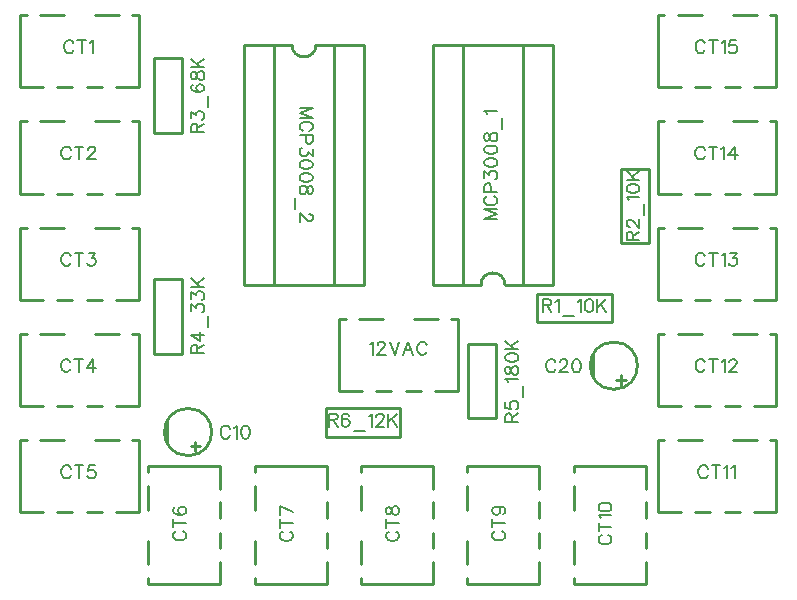
<source format=gto>
G04 Layer: TopSilkLayer*
G04 EasyEDA v6.4.0, 2020-07-14T23:16:01--5:00*
G04 6dc5d916f8a9456ea10d5ff2c879efc5,9df6f537d2f94b3ba0ed850023b5714d,10*
G04 Gerber Generator version 0.2*
G04 Scale: 100 percent, Rotated: No, Reflected: No *
G04 Dimensions in millimeters *
G04 leading zeros omitted , absolute positions ,3 integer and 3 decimal *
%FSLAX33Y33*%
%MOMM*%
G90*
G71D02*

%ADD10C,0.254000*%
%ADD18C,0.152400*%

%LPD*%
G54D10*
G01X29580Y25840D02*
G01X29580Y46160D01*
G01X19420Y46160D02*
G01X19420Y25840D01*
G01X29580Y25840D02*
G01X27040Y25840D01*
G01X29580Y46160D02*
G01X27040Y46160D01*
G01X19420Y46160D02*
G01X21960Y46160D01*
G01X27040Y46160D02*
G01X27040Y25840D01*
G01X27040Y46160D02*
G01X25516Y46160D01*
G01X27040Y25840D02*
G01X21960Y25840D01*
G01X21960Y46160D02*
G01X21960Y25840D01*
G01X21960Y46160D02*
G01X23484Y46160D01*
G01X21960Y25840D02*
G01X19420Y25840D01*
G01X35419Y46160D02*
G01X35419Y25840D01*
G01X45579Y25840D02*
G01X45579Y46160D01*
G01X35419Y46160D02*
G01X37959Y46160D01*
G01X35419Y25840D02*
G01X37959Y25840D01*
G01X45579Y25840D02*
G01X43039Y25840D01*
G01X37959Y25840D02*
G01X37959Y46160D01*
G01X37959Y25840D02*
G01X39483Y25840D01*
G01X37959Y46160D02*
G01X43039Y46160D01*
G01X43039Y25840D02*
G01X43039Y46160D01*
G01X43039Y25840D02*
G01X41515Y25840D01*
G01X43039Y46160D02*
G01X45579Y46160D01*
G01X37500Y22975D02*
G01X37500Y16875D01*
G01X27499Y22975D02*
G01X27499Y16875D01*
G01X27499Y16875D02*
G01X29418Y16875D01*
G01X30581Y16875D02*
G01X31861Y16875D01*
G01X33138Y16875D02*
G01X34418Y16875D01*
G01X35581Y16875D02*
G01X37500Y16875D01*
G01X37500Y22975D02*
G01X36981Y22975D01*
G01X35818Y22975D02*
G01X33821Y22975D01*
G01X31178Y22975D02*
G01X29181Y22975D01*
G01X28018Y22975D02*
G01X27499Y22975D01*
G01X50950Y17800D02*
G01X51788Y17800D01*
G01X51356Y18181D02*
G01X51356Y17393D01*
G01X11799Y38730D02*
G01X11799Y45030D01*
G01X11799Y45030D02*
G01X14199Y45030D01*
G01X14199Y45030D02*
G01X14199Y38730D01*
G01X14199Y38730D02*
G01X11799Y38730D01*
G01X51339Y29390D02*
G01X51339Y35690D01*
G01X51339Y35690D02*
G01X53739Y35690D01*
G01X53739Y35690D02*
G01X53739Y29390D01*
G01X53739Y29390D02*
G01X51339Y29390D01*
G01X44250Y25100D02*
G01X50550Y25100D01*
G01X50550Y25100D02*
G01X50550Y22700D01*
G01X50550Y22700D02*
G01X44250Y22700D01*
G01X44250Y22700D02*
G01X44250Y25100D01*
G01X11799Y20010D02*
G01X11799Y26310D01*
G01X11799Y26310D02*
G01X14199Y26310D01*
G01X14199Y26310D02*
G01X14199Y20010D01*
G01X14199Y20010D02*
G01X11799Y20010D01*
G01X14899Y12180D02*
G01X15738Y12180D01*
G01X15306Y12561D02*
G01X15306Y11773D01*
G01X38400Y14550D02*
G01X38400Y20850D01*
G01X38400Y20850D02*
G01X40800Y20850D01*
G01X40800Y20850D02*
G01X40800Y14550D01*
G01X40800Y14550D02*
G01X38400Y14550D01*
G01X26350Y15400D02*
G01X32650Y15400D01*
G01X32650Y15400D02*
G01X32650Y13000D01*
G01X32650Y13000D02*
G01X26350Y13000D01*
G01X26350Y13000D02*
G01X26350Y15400D01*
G01X10500Y48675D02*
G01X10500Y42575D01*
G01X499Y48675D02*
G01X499Y42575D01*
G01X499Y42575D02*
G01X2418Y42575D01*
G01X3581Y42575D02*
G01X4861Y42575D01*
G01X6138Y42575D02*
G01X7418Y42575D01*
G01X8581Y42575D02*
G01X10500Y42575D01*
G01X10500Y48675D02*
G01X9981Y48675D01*
G01X8818Y48675D02*
G01X6821Y48675D01*
G01X4178Y48675D02*
G01X2181Y48675D01*
G01X1018Y48675D02*
G01X499Y48675D01*
G01X10500Y39675D02*
G01X10500Y33575D01*
G01X499Y39675D02*
G01X499Y33575D01*
G01X499Y33575D02*
G01X2418Y33575D01*
G01X3581Y33575D02*
G01X4861Y33575D01*
G01X6138Y33575D02*
G01X7418Y33575D01*
G01X8581Y33575D02*
G01X10500Y33575D01*
G01X10500Y39675D02*
G01X9981Y39675D01*
G01X8818Y39675D02*
G01X6821Y39675D01*
G01X4178Y39675D02*
G01X2181Y39675D01*
G01X1018Y39675D02*
G01X499Y39675D01*
G01X10500Y30675D02*
G01X10500Y24575D01*
G01X499Y30675D02*
G01X499Y24575D01*
G01X499Y24575D02*
G01X2418Y24575D01*
G01X3581Y24575D02*
G01X4861Y24575D01*
G01X6138Y24575D02*
G01X7418Y24575D01*
G01X8581Y24575D02*
G01X10500Y24575D01*
G01X10500Y30675D02*
G01X9981Y30675D01*
G01X8818Y30675D02*
G01X6821Y30675D01*
G01X4178Y30675D02*
G01X2181Y30675D01*
G01X1018Y30675D02*
G01X499Y30675D01*
G01X10500Y21675D02*
G01X10500Y15575D01*
G01X499Y21675D02*
G01X499Y15575D01*
G01X499Y15575D02*
G01X2418Y15575D01*
G01X3581Y15575D02*
G01X4861Y15575D01*
G01X6138Y15575D02*
G01X7418Y15575D01*
G01X8581Y15575D02*
G01X10500Y15575D01*
G01X10500Y21675D02*
G01X9981Y21675D01*
G01X8818Y21675D02*
G01X6821Y21675D01*
G01X4178Y21675D02*
G01X2181Y21675D01*
G01X1018Y21675D02*
G01X499Y21675D01*
G01X10500Y12675D02*
G01X10500Y6575D01*
G01X499Y12675D02*
G01X499Y6575D01*
G01X499Y6575D02*
G01X2418Y6575D01*
G01X3581Y6575D02*
G01X4861Y6575D01*
G01X6138Y6575D02*
G01X7418Y6575D01*
G01X8581Y6575D02*
G01X10500Y6575D01*
G01X10500Y12675D02*
G01X9981Y12675D01*
G01X8818Y12675D02*
G01X6821Y12675D01*
G01X4178Y12675D02*
G01X2181Y12675D01*
G01X1018Y12675D02*
G01X499Y12675D01*
G01X64500Y48675D02*
G01X64500Y42575D01*
G01X54499Y48675D02*
G01X54499Y42575D01*
G01X54499Y42575D02*
G01X56418Y42575D01*
G01X57581Y42575D02*
G01X58861Y42575D01*
G01X60138Y42575D02*
G01X61418Y42575D01*
G01X62581Y42575D02*
G01X64500Y42575D01*
G01X64500Y48675D02*
G01X63981Y48675D01*
G01X62818Y48675D02*
G01X60821Y48675D01*
G01X58178Y48675D02*
G01X56181Y48675D01*
G01X55018Y48675D02*
G01X54499Y48675D01*
G01X64500Y39675D02*
G01X64500Y33575D01*
G01X54499Y39675D02*
G01X54499Y33575D01*
G01X54499Y33575D02*
G01X56418Y33575D01*
G01X57581Y33575D02*
G01X58861Y33575D01*
G01X60138Y33575D02*
G01X61418Y33575D01*
G01X62581Y33575D02*
G01X64500Y33575D01*
G01X64500Y39675D02*
G01X63981Y39675D01*
G01X62818Y39675D02*
G01X60821Y39675D01*
G01X58178Y39675D02*
G01X56181Y39675D01*
G01X55018Y39675D02*
G01X54499Y39675D01*
G01X64500Y30675D02*
G01X64500Y24575D01*
G01X54499Y30675D02*
G01X54499Y24575D01*
G01X54499Y24575D02*
G01X56418Y24575D01*
G01X57581Y24575D02*
G01X58861Y24575D01*
G01X60138Y24575D02*
G01X61418Y24575D01*
G01X62581Y24575D02*
G01X64500Y24575D01*
G01X64500Y30675D02*
G01X63981Y30675D01*
G01X62818Y30675D02*
G01X60821Y30675D01*
G01X58178Y30675D02*
G01X56181Y30675D01*
G01X55018Y30675D02*
G01X54499Y30675D01*
G01X64500Y21675D02*
G01X64500Y15575D01*
G01X54499Y21675D02*
G01X54499Y15575D01*
G01X54499Y15575D02*
G01X56418Y15575D01*
G01X57581Y15575D02*
G01X58861Y15575D01*
G01X60138Y15575D02*
G01X61418Y15575D01*
G01X62581Y15575D02*
G01X64500Y15575D01*
G01X64500Y21675D02*
G01X63981Y21675D01*
G01X62818Y21675D02*
G01X60821Y21675D01*
G01X58178Y21675D02*
G01X56181Y21675D01*
G01X55018Y21675D02*
G01X54499Y21675D01*
G01X64500Y12675D02*
G01X64500Y6575D01*
G01X54499Y12675D02*
G01X54499Y6575D01*
G01X54499Y6575D02*
G01X56418Y6575D01*
G01X57581Y6575D02*
G01X58861Y6575D01*
G01X60138Y6575D02*
G01X61418Y6575D01*
G01X62581Y6575D02*
G01X64500Y6575D01*
G01X64500Y12675D02*
G01X63981Y12675D01*
G01X62818Y12675D02*
G01X60821Y12675D01*
G01X58178Y12675D02*
G01X56181Y12675D01*
G01X55018Y12675D02*
G01X54499Y12675D01*
G01X11324Y10500D02*
G01X17424Y10500D01*
G01X11324Y500D02*
G01X17424Y500D01*
G01X17424Y500D02*
G01X17424Y2418D01*
G01X17424Y3581D02*
G01X17424Y4861D01*
G01X17424Y6138D02*
G01X17424Y7418D01*
G01X17424Y8581D02*
G01X17424Y10500D01*
G01X11324Y10500D02*
G01X11324Y9981D01*
G01X11324Y8818D02*
G01X11324Y6821D01*
G01X11324Y4178D02*
G01X11324Y2181D01*
G01X11324Y1018D02*
G01X11324Y500D01*
G01X20325Y10500D02*
G01X26424Y10500D01*
G01X20325Y500D02*
G01X26424Y500D01*
G01X26424Y500D02*
G01X26424Y2418D01*
G01X26424Y3581D02*
G01X26424Y4861D01*
G01X26424Y6138D02*
G01X26424Y7418D01*
G01X26424Y8581D02*
G01X26424Y10500D01*
G01X20325Y10500D02*
G01X20325Y9981D01*
G01X20325Y8818D02*
G01X20325Y6821D01*
G01X20325Y4178D02*
G01X20325Y2181D01*
G01X20325Y1018D02*
G01X20325Y500D01*
G01X29325Y10500D02*
G01X35424Y10500D01*
G01X29325Y500D02*
G01X35424Y500D01*
G01X35424Y500D02*
G01X35424Y2418D01*
G01X35424Y3581D02*
G01X35424Y4861D01*
G01X35424Y6138D02*
G01X35424Y7418D01*
G01X35424Y8581D02*
G01X35424Y10500D01*
G01X29325Y10500D02*
G01X29325Y9981D01*
G01X29325Y8818D02*
G01X29325Y6821D01*
G01X29325Y4178D02*
G01X29325Y2181D01*
G01X29325Y1018D02*
G01X29325Y500D01*
G01X38324Y10500D02*
G01X44424Y10500D01*
G01X38324Y500D02*
G01X44424Y500D01*
G01X44424Y500D02*
G01X44424Y2418D01*
G01X44424Y3581D02*
G01X44424Y4861D01*
G01X44424Y6138D02*
G01X44424Y7418D01*
G01X44424Y8581D02*
G01X44424Y10500D01*
G01X38324Y10500D02*
G01X38324Y9981D01*
G01X38324Y8818D02*
G01X38324Y6821D01*
G01X38324Y4178D02*
G01X38324Y2181D01*
G01X38324Y1018D02*
G01X38324Y500D01*
G01X47325Y10500D02*
G01X53424Y10500D01*
G01X47325Y500D02*
G01X53424Y500D01*
G01X53424Y500D02*
G01X53424Y2418D01*
G01X53424Y3581D02*
G01X53424Y4861D01*
G01X53424Y6138D02*
G01X53424Y7418D01*
G01X53424Y8581D02*
G01X53424Y10500D01*
G01X47325Y10500D02*
G01X47325Y9981D01*
G01X47325Y8818D02*
G01X47325Y6821D01*
G01X47325Y4178D02*
G01X47325Y2181D01*
G01X47325Y1018D02*
G01X47325Y500D01*
G54D18*
G01X25227Y40826D02*
G01X24137Y40826D01*
G01X25227Y40826D02*
G01X24137Y40412D01*
G01X25227Y39995D02*
G01X24137Y40412D01*
G01X25227Y39995D02*
G01X24137Y39995D01*
G01X24968Y38872D02*
G01X25072Y38926D01*
G01X25176Y39030D01*
G01X25227Y39134D01*
G01X25227Y39340D01*
G01X25176Y39444D01*
G01X25072Y39548D01*
G01X24968Y39601D01*
G01X24811Y39652D01*
G01X24551Y39652D01*
G01X24397Y39601D01*
G01X24292Y39548D01*
G01X24188Y39444D01*
G01X24137Y39340D01*
G01X24137Y39134D01*
G01X24188Y39030D01*
G01X24292Y38926D01*
G01X24397Y38872D01*
G01X25227Y38529D02*
G01X24137Y38529D01*
G01X25227Y38529D02*
G01X25227Y38062D01*
G01X25176Y37907D01*
G01X25123Y37854D01*
G01X25019Y37803D01*
G01X24864Y37803D01*
G01X24760Y37854D01*
G01X24709Y37907D01*
G01X24656Y38062D01*
G01X24656Y38529D01*
G01X25227Y37356D02*
G01X25227Y36784D01*
G01X24811Y37097D01*
G01X24811Y36939D01*
G01X24760Y36835D01*
G01X24709Y36784D01*
G01X24551Y36734D01*
G01X24447Y36734D01*
G01X24292Y36784D01*
G01X24188Y36889D01*
G01X24137Y37043D01*
G01X24137Y37201D01*
G01X24188Y37356D01*
G01X24239Y37407D01*
G01X24343Y37460D01*
G01X25227Y36078D02*
G01X25176Y36233D01*
G01X25019Y36337D01*
G01X24760Y36391D01*
G01X24605Y36391D01*
G01X24343Y36337D01*
G01X24188Y36233D01*
G01X24137Y36078D01*
G01X24137Y35974D01*
G01X24188Y35819D01*
G01X24343Y35715D01*
G01X24605Y35662D01*
G01X24760Y35662D01*
G01X25019Y35715D01*
G01X25176Y35819D01*
G01X25227Y35974D01*
G01X25227Y36078D01*
G01X25227Y35006D02*
G01X25176Y35164D01*
G01X25019Y35268D01*
G01X24760Y35319D01*
G01X24605Y35319D01*
G01X24343Y35268D01*
G01X24188Y35164D01*
G01X24137Y35006D01*
G01X24137Y34905D01*
G01X24188Y34747D01*
G01X24343Y34643D01*
G01X24605Y34592D01*
G01X24760Y34592D01*
G01X25019Y34643D01*
G01X25176Y34747D01*
G01X25227Y34905D01*
G01X25227Y35006D01*
G01X25227Y33990D02*
G01X25176Y34145D01*
G01X25072Y34196D01*
G01X24968Y34196D01*
G01X24864Y34145D01*
G01X24811Y34041D01*
G01X24760Y33833D01*
G01X24709Y33678D01*
G01X24605Y33574D01*
G01X24501Y33521D01*
G01X24343Y33521D01*
G01X24239Y33574D01*
G01X24188Y33625D01*
G01X24137Y33782D01*
G01X24137Y33990D01*
G01X24188Y34145D01*
G01X24239Y34196D01*
G01X24343Y34249D01*
G01X24501Y34249D01*
G01X24605Y34196D01*
G01X24709Y34092D01*
G01X24760Y33937D01*
G01X24811Y33729D01*
G01X24864Y33625D01*
G01X24968Y33574D01*
G01X25072Y33574D01*
G01X25176Y33625D01*
G01X25227Y33782D01*
G01X25227Y33990D01*
G01X23772Y33178D02*
G01X23772Y32243D01*
G01X24968Y31849D02*
G01X25019Y31849D01*
G01X25123Y31796D01*
G01X25176Y31745D01*
G01X25227Y31641D01*
G01X25227Y31433D01*
G01X25176Y31328D01*
G01X25123Y31278D01*
G01X25019Y31224D01*
G01X24915Y31224D01*
G01X24811Y31278D01*
G01X24656Y31382D01*
G01X24137Y31900D01*
G01X24137Y31174D01*
G01X39772Y31407D02*
G01X40861Y31407D01*
G01X39772Y31407D02*
G01X40861Y31824D01*
G01X39772Y32238D02*
G01X40861Y31824D01*
G01X39772Y32238D02*
G01X40861Y32238D01*
G01X40031Y33360D02*
G01X39927Y33310D01*
G01X39823Y33206D01*
G01X39772Y33101D01*
G01X39772Y32893D01*
G01X39823Y32789D01*
G01X39927Y32685D01*
G01X40031Y32634D01*
G01X40188Y32581D01*
G01X40447Y32581D01*
G01X40602Y32634D01*
G01X40706Y32685D01*
G01X40811Y32789D01*
G01X40861Y32893D01*
G01X40861Y33101D01*
G01X40811Y33206D01*
G01X40706Y33310D01*
G01X40602Y33360D01*
G01X39772Y33703D02*
G01X40861Y33703D01*
G01X39772Y33703D02*
G01X39772Y34171D01*
G01X39823Y34326D01*
G01X39876Y34379D01*
G01X39980Y34430D01*
G01X40135Y34430D01*
G01X40239Y34379D01*
G01X40290Y34326D01*
G01X40343Y34171D01*
G01X40343Y33703D01*
G01X39772Y34877D02*
G01X39772Y35448D01*
G01X40188Y35138D01*
G01X40188Y35293D01*
G01X40239Y35398D01*
G01X40290Y35448D01*
G01X40447Y35502D01*
G01X40552Y35502D01*
G01X40706Y35448D01*
G01X40811Y35344D01*
G01X40861Y35189D01*
G01X40861Y35034D01*
G01X40811Y34877D01*
G01X40760Y34826D01*
G01X40656Y34773D01*
G01X39772Y36154D02*
G01X39823Y36000D01*
G01X39980Y35895D01*
G01X40239Y35845D01*
G01X40394Y35845D01*
G01X40656Y35895D01*
G01X40811Y36000D01*
G01X40861Y36154D01*
G01X40861Y36259D01*
G01X40811Y36416D01*
G01X40656Y36520D01*
G01X40394Y36571D01*
G01X40239Y36571D01*
G01X39980Y36520D01*
G01X39823Y36416D01*
G01X39772Y36259D01*
G01X39772Y36154D01*
G01X39772Y37226D02*
G01X39823Y37069D01*
G01X39980Y36967D01*
G01X40239Y36914D01*
G01X40394Y36914D01*
G01X40656Y36967D01*
G01X40811Y37069D01*
G01X40861Y37226D01*
G01X40861Y37331D01*
G01X40811Y37485D01*
G01X40656Y37590D01*
G01X40394Y37640D01*
G01X40239Y37640D01*
G01X39980Y37590D01*
G01X39823Y37485D01*
G01X39772Y37331D01*
G01X39772Y37226D01*
G01X39772Y38245D02*
G01X39823Y38087D01*
G01X39927Y38037D01*
G01X40031Y38037D01*
G01X40135Y38087D01*
G01X40188Y38192D01*
G01X40239Y38400D01*
G01X40290Y38555D01*
G01X40394Y38659D01*
G01X40498Y38712D01*
G01X40656Y38712D01*
G01X40760Y38659D01*
G01X40811Y38608D01*
G01X40861Y38453D01*
G01X40861Y38245D01*
G01X40811Y38087D01*
G01X40760Y38037D01*
G01X40656Y37983D01*
G01X40498Y37983D01*
G01X40394Y38037D01*
G01X40290Y38141D01*
G01X40239Y38296D01*
G01X40188Y38504D01*
G01X40135Y38608D01*
G01X40031Y38659D01*
G01X39927Y38659D01*
G01X39823Y38608D01*
G01X39772Y38453D01*
G01X39772Y38245D01*
G01X41227Y39055D02*
G01X41227Y39990D01*
G01X39980Y40333D02*
G01X39927Y40437D01*
G01X39772Y40592D01*
G01X40861Y40592D01*
G01X30079Y20826D02*
G01X30183Y20877D01*
G01X30340Y21034D01*
G01X30340Y19942D01*
G01X30734Y20773D02*
G01X30734Y20826D01*
G01X30785Y20930D01*
G01X30838Y20981D01*
G01X30942Y21034D01*
G01X31151Y21034D01*
G01X31255Y20981D01*
G01X31306Y20930D01*
G01X31356Y20826D01*
G01X31356Y20722D01*
G01X31306Y20618D01*
G01X31201Y20463D01*
G01X30683Y19942D01*
G01X31410Y19942D01*
G01X31753Y21034D02*
G01X32169Y19942D01*
G01X32583Y21034D02*
G01X32169Y19942D01*
G01X33343Y21034D02*
G01X32926Y19942D01*
G01X33343Y21034D02*
G01X33757Y19942D01*
G01X33084Y20305D02*
G01X33602Y20305D01*
G01X34879Y20773D02*
G01X34829Y20877D01*
G01X34724Y20981D01*
G01X34620Y21034D01*
G01X34412Y21034D01*
G01X34308Y20981D01*
G01X34204Y20877D01*
G01X34153Y20773D01*
G01X34100Y20618D01*
G01X34100Y20359D01*
G01X34153Y20201D01*
G01X34204Y20097D01*
G01X34308Y19993D01*
G01X34412Y19942D01*
G01X34620Y19942D01*
G01X34724Y19993D01*
G01X34829Y20097D01*
G01X34879Y20201D01*
G01X45787Y19286D02*
G01X45737Y19390D01*
G01X45632Y19495D01*
G01X45528Y19545D01*
G01X45320Y19545D01*
G01X45216Y19495D01*
G01X45112Y19390D01*
G01X45061Y19286D01*
G01X45008Y19131D01*
G01X45008Y18872D01*
G01X45061Y18715D01*
G01X45112Y18611D01*
G01X45216Y18507D01*
G01X45320Y18456D01*
G01X45528Y18456D01*
G01X45632Y18507D01*
G01X45737Y18611D01*
G01X45787Y18715D01*
G01X46181Y19286D02*
G01X46181Y19340D01*
G01X46234Y19444D01*
G01X46285Y19495D01*
G01X46389Y19545D01*
G01X46598Y19545D01*
G01X46702Y19495D01*
G01X46753Y19444D01*
G01X46806Y19340D01*
G01X46806Y19236D01*
G01X46753Y19131D01*
G01X46651Y18974D01*
G01X46130Y18456D01*
G01X46857Y18456D01*
G01X47512Y19545D02*
G01X47357Y19495D01*
G01X47253Y19340D01*
G01X47200Y19078D01*
G01X47200Y18923D01*
G01X47253Y18664D01*
G01X47357Y18507D01*
G01X47512Y18456D01*
G01X47616Y18456D01*
G01X47771Y18507D01*
G01X47875Y18664D01*
G01X47929Y18923D01*
G01X47929Y19078D01*
G01X47875Y19340D01*
G01X47771Y19495D01*
G01X47616Y19545D01*
G01X47512Y19545D01*
G01X14961Y38762D02*
G01X16051Y38762D01*
G01X14961Y38762D02*
G01X14961Y39232D01*
G01X15012Y39387D01*
G01X15063Y39437D01*
G01X15167Y39491D01*
G01X15271Y39491D01*
G01X15375Y39437D01*
G01X15429Y39387D01*
G01X15480Y39232D01*
G01X15480Y38762D01*
G01X15480Y39127D02*
G01X16051Y39491D01*
G01X14961Y39938D02*
G01X14961Y40509D01*
G01X15375Y40197D01*
G01X15375Y40352D01*
G01X15429Y40456D01*
G01X15480Y40509D01*
G01X15635Y40560D01*
G01X15739Y40560D01*
G01X15896Y40509D01*
G01X16000Y40405D01*
G01X16051Y40248D01*
G01X16051Y40093D01*
G01X16000Y39938D01*
G01X15947Y39884D01*
G01X15843Y39834D01*
G01X16414Y40903D02*
G01X16414Y41838D01*
G01X15116Y42805D02*
G01X15012Y42752D01*
G01X14961Y42597D01*
G01X14961Y42493D01*
G01X15012Y42338D01*
G01X15167Y42234D01*
G01X15429Y42181D01*
G01X15688Y42181D01*
G01X15896Y42234D01*
G01X16000Y42338D01*
G01X16051Y42493D01*
G01X16051Y42546D01*
G01X16000Y42701D01*
G01X15896Y42805D01*
G01X15739Y42856D01*
G01X15688Y42856D01*
G01X15533Y42805D01*
G01X15429Y42701D01*
G01X15375Y42546D01*
G01X15375Y42493D01*
G01X15429Y42338D01*
G01X15533Y42234D01*
G01X15688Y42181D01*
G01X14961Y43461D02*
G01X15012Y43303D01*
G01X15116Y43252D01*
G01X15221Y43252D01*
G01X15325Y43303D01*
G01X15375Y43407D01*
G01X15429Y43616D01*
G01X15480Y43771D01*
G01X15584Y43875D01*
G01X15688Y43928D01*
G01X15843Y43928D01*
G01X15947Y43875D01*
G01X16000Y43824D01*
G01X16051Y43666D01*
G01X16051Y43461D01*
G01X16000Y43303D01*
G01X15947Y43252D01*
G01X15843Y43199D01*
G01X15688Y43199D01*
G01X15584Y43252D01*
G01X15480Y43357D01*
G01X15429Y43512D01*
G01X15375Y43720D01*
G01X15325Y43824D01*
G01X15221Y43875D01*
G01X15116Y43875D01*
G01X15012Y43824D01*
G01X14961Y43666D01*
G01X14961Y43461D01*
G01X14961Y44271D02*
G01X16051Y44271D01*
G01X14961Y44997D02*
G01X15688Y44271D01*
G01X15429Y44530D02*
G01X16051Y44997D01*
G01X51812Y29630D02*
G01X52901Y29630D01*
G01X51812Y29630D02*
G01X51812Y30097D01*
G01X51862Y30252D01*
G01X51916Y30306D01*
G01X52020Y30356D01*
G01X52124Y30356D01*
G01X52226Y30306D01*
G01X52279Y30252D01*
G01X52330Y30097D01*
G01X52330Y29630D01*
G01X52330Y29993D02*
G01X52901Y30356D01*
G01X52071Y30750D02*
G01X52020Y30750D01*
G01X51916Y30804D01*
G01X51862Y30854D01*
G01X51812Y30958D01*
G01X51812Y31167D01*
G01X51862Y31271D01*
G01X51916Y31322D01*
G01X52020Y31375D01*
G01X52124Y31375D01*
G01X52226Y31322D01*
G01X52383Y31220D01*
G01X52901Y30699D01*
G01X52901Y31426D01*
G01X53267Y31769D02*
G01X53267Y32706D01*
G01X52020Y33049D02*
G01X51967Y33150D01*
G01X51812Y33308D01*
G01X52901Y33308D01*
G01X51812Y33963D02*
G01X51862Y33806D01*
G01X52020Y33702D01*
G01X52279Y33651D01*
G01X52434Y33651D01*
G01X52696Y33702D01*
G01X52851Y33806D01*
G01X52901Y33963D01*
G01X52901Y34065D01*
G01X52851Y34222D01*
G01X52696Y34326D01*
G01X52434Y34377D01*
G01X52279Y34377D01*
G01X52020Y34326D01*
G01X51862Y34222D01*
G01X51812Y34065D01*
G01X51812Y33963D01*
G01X51812Y34720D02*
G01X52901Y34720D01*
G01X51812Y35449D02*
G01X52538Y34720D01*
G01X52279Y34979D02*
G01X52901Y35449D01*
G01X44724Y24627D02*
G01X44724Y23535D01*
G01X44724Y24627D02*
G01X45191Y24627D01*
G01X45346Y24576D01*
G01X45399Y24523D01*
G01X45450Y24419D01*
G01X45450Y24315D01*
G01X45399Y24211D01*
G01X45346Y24160D01*
G01X45191Y24107D01*
G01X44724Y24107D01*
G01X45087Y24107D02*
G01X45450Y23535D01*
G01X45793Y24419D02*
G01X45897Y24472D01*
G01X46052Y24627D01*
G01X46052Y23535D01*
G01X46395Y23172D02*
G01X47332Y23172D01*
G01X47675Y24419D02*
G01X47779Y24472D01*
G01X47934Y24627D01*
G01X47934Y23535D01*
G01X48589Y24627D02*
G01X48432Y24576D01*
G01X48328Y24419D01*
G01X48277Y24160D01*
G01X48277Y24005D01*
G01X48328Y23743D01*
G01X48432Y23588D01*
G01X48589Y23535D01*
G01X48694Y23535D01*
G01X48849Y23588D01*
G01X48953Y23743D01*
G01X49003Y24005D01*
G01X49003Y24160D01*
G01X48953Y24419D01*
G01X48849Y24576D01*
G01X48694Y24627D01*
G01X48589Y24627D01*
G01X49346Y24627D02*
G01X49346Y23535D01*
G01X50075Y24627D02*
G01X49346Y23901D01*
G01X49608Y24160D02*
G01X50075Y23535D01*
G01X14960Y20042D02*
G01X16052Y20042D01*
G01X14960Y20042D02*
G01X14960Y20510D01*
G01X15014Y20667D01*
G01X15064Y20718D01*
G01X15169Y20771D01*
G01X15273Y20771D01*
G01X15377Y20718D01*
G01X15428Y20667D01*
G01X15481Y20510D01*
G01X15481Y20042D01*
G01X15481Y20406D02*
G01X16052Y20771D01*
G01X14960Y21633D02*
G01X15687Y21114D01*
G01X15687Y21892D01*
G01X14960Y21633D02*
G01X16052Y21633D01*
G01X16416Y22234D02*
G01X16416Y23172D01*
G01X14960Y23616D02*
G01X14960Y24188D01*
G01X15377Y23878D01*
G01X15377Y24033D01*
G01X15428Y24137D01*
G01X15481Y24188D01*
G01X15636Y24241D01*
G01X15740Y24241D01*
G01X15895Y24188D01*
G01X15999Y24086D01*
G01X16052Y23929D01*
G01X16052Y23774D01*
G01X15999Y23616D01*
G01X15948Y23565D01*
G01X15844Y23515D01*
G01X14960Y24688D02*
G01X14960Y25260D01*
G01X15377Y24947D01*
G01X15377Y25102D01*
G01X15428Y25206D01*
G01X15481Y25260D01*
G01X15636Y25310D01*
G01X15740Y25310D01*
G01X15895Y25260D01*
G01X15999Y25155D01*
G01X16052Y25001D01*
G01X16052Y24843D01*
G01X15999Y24688D01*
G01X15948Y24635D01*
G01X15844Y24584D01*
G01X14960Y25653D02*
G01X16052Y25653D01*
G01X14960Y26382D02*
G01X15687Y25653D01*
G01X15428Y25915D02*
G01X16052Y26382D01*
G01X18226Y13668D02*
G01X18173Y13769D01*
G01X18069Y13873D01*
G01X17964Y13927D01*
G01X17759Y13927D01*
G01X17655Y13873D01*
G01X17550Y13769D01*
G01X17497Y13668D01*
G01X17446Y13510D01*
G01X17446Y13251D01*
G01X17497Y13096D01*
G01X17550Y12992D01*
G01X17655Y12888D01*
G01X17759Y12834D01*
G01X17964Y12834D01*
G01X18069Y12888D01*
G01X18173Y12992D01*
G01X18226Y13096D01*
G01X18569Y13718D02*
G01X18673Y13769D01*
G01X18828Y13927D01*
G01X18828Y12834D01*
G01X19483Y13927D02*
G01X19326Y13873D01*
G01X19222Y13718D01*
G01X19171Y13459D01*
G01X19171Y13302D01*
G01X19222Y13043D01*
G01X19326Y12888D01*
G01X19483Y12834D01*
G01X19587Y12834D01*
G01X19742Y12888D01*
G01X19847Y13043D01*
G01X19897Y13302D01*
G01X19897Y13459D01*
G01X19847Y13718D01*
G01X19742Y13873D01*
G01X19587Y13927D01*
G01X19483Y13927D01*
G01X41561Y14230D02*
G01X42653Y14230D01*
G01X41561Y14230D02*
G01X41561Y14697D01*
G01X41611Y14852D01*
G01X41665Y14905D01*
G01X41769Y14956D01*
G01X41873Y14956D01*
G01X41977Y14905D01*
G01X42028Y14852D01*
G01X42081Y14697D01*
G01X42081Y14230D01*
G01X42081Y14593D02*
G01X42653Y14956D01*
G01X41561Y15924D02*
G01X41561Y15403D01*
G01X42028Y15352D01*
G01X41977Y15403D01*
G01X41924Y15558D01*
G01X41924Y15715D01*
G01X41977Y15870D01*
G01X42081Y15975D01*
G01X42236Y16025D01*
G01X42340Y16025D01*
G01X42495Y15975D01*
G01X42599Y15870D01*
G01X42653Y15715D01*
G01X42653Y15558D01*
G01X42599Y15403D01*
G01X42549Y15352D01*
G01X42445Y15299D01*
G01X43016Y16368D02*
G01X43016Y17306D01*
G01X41769Y17648D02*
G01X41716Y17753D01*
G01X41561Y17908D01*
G01X42653Y17908D01*
G01X41561Y18509D02*
G01X41611Y18355D01*
G01X41716Y18301D01*
G01X41820Y18301D01*
G01X41924Y18355D01*
G01X41977Y18459D01*
G01X42028Y18667D01*
G01X42081Y18822D01*
G01X42183Y18926D01*
G01X42287Y18977D01*
G01X42445Y18977D01*
G01X42549Y18926D01*
G01X42599Y18873D01*
G01X42653Y18718D01*
G01X42653Y18509D01*
G01X42599Y18355D01*
G01X42549Y18301D01*
G01X42445Y18250D01*
G01X42287Y18250D01*
G01X42183Y18301D01*
G01X42081Y18405D01*
G01X42028Y18563D01*
G01X41977Y18769D01*
G01X41924Y18873D01*
G01X41820Y18926D01*
G01X41716Y18926D01*
G01X41611Y18873D01*
G01X41561Y18718D01*
G01X41561Y18509D01*
G01X41561Y19632D02*
G01X41611Y19477D01*
G01X41769Y19373D01*
G01X42028Y19320D01*
G01X42183Y19320D01*
G01X42445Y19373D01*
G01X42599Y19477D01*
G01X42653Y19632D01*
G01X42653Y19736D01*
G01X42599Y19891D01*
G01X42445Y19995D01*
G01X42183Y20049D01*
G01X42028Y20049D01*
G01X41769Y19995D01*
G01X41611Y19891D01*
G01X41561Y19736D01*
G01X41561Y19632D01*
G01X41561Y20392D02*
G01X42653Y20392D01*
G01X41561Y21118D02*
G01X42287Y20392D01*
G01X42028Y20651D02*
G01X42653Y21118D01*
G01X26615Y14927D02*
G01X26615Y13835D01*
G01X26615Y14927D02*
G01X27083Y14927D01*
G01X27240Y14874D01*
G01X27291Y14823D01*
G01X27344Y14719D01*
G01X27344Y14615D01*
G01X27291Y14511D01*
G01X27240Y14457D01*
G01X27083Y14407D01*
G01X26615Y14407D01*
G01X26981Y14407D02*
G01X27344Y13835D01*
G01X28310Y14770D02*
G01X28259Y14874D01*
G01X28101Y14927D01*
G01X27997Y14927D01*
G01X27842Y14874D01*
G01X27738Y14719D01*
G01X27687Y14457D01*
G01X27687Y14198D01*
G01X27738Y13990D01*
G01X27842Y13886D01*
G01X27997Y13835D01*
G01X28050Y13835D01*
G01X28205Y13886D01*
G01X28310Y13990D01*
G01X28363Y14147D01*
G01X28363Y14198D01*
G01X28310Y14356D01*
G01X28205Y14457D01*
G01X28050Y14511D01*
G01X27997Y14511D01*
G01X27842Y14457D01*
G01X27738Y14356D01*
G01X27687Y14198D01*
G01X28706Y13472D02*
G01X29640Y13472D01*
G01X29983Y14719D02*
G01X30088Y14770D01*
G01X30242Y14927D01*
G01X30242Y13835D01*
G01X30639Y14666D02*
G01X30639Y14719D01*
G01X30690Y14823D01*
G01X30740Y14874D01*
G01X30844Y14927D01*
G01X31053Y14927D01*
G01X31157Y14874D01*
G01X31210Y14823D01*
G01X31261Y14719D01*
G01X31261Y14615D01*
G01X31210Y14511D01*
G01X31106Y14356D01*
G01X30585Y13835D01*
G01X31312Y13835D01*
G01X31655Y14927D02*
G01X31655Y13835D01*
G01X32384Y14927D02*
G01X31655Y14198D01*
G01X31916Y14457D02*
G01X32384Y13835D01*
G01X4978Y46294D02*
G01X4927Y46396D01*
G01X4823Y46500D01*
G01X4719Y46553D01*
G01X4510Y46553D01*
G01X4406Y46500D01*
G01X4305Y46396D01*
G01X4251Y46294D01*
G01X4201Y46137D01*
G01X4201Y45878D01*
G01X4251Y45723D01*
G01X4305Y45619D01*
G01X4406Y45515D01*
G01X4510Y45461D01*
G01X4719Y45461D01*
G01X4823Y45515D01*
G01X4927Y45619D01*
G01X4978Y45723D01*
G01X5686Y46553D02*
G01X5686Y45461D01*
G01X5321Y46553D02*
G01X6050Y46553D01*
G01X6393Y46345D02*
G01X6497Y46396D01*
G01X6652Y46553D01*
G01X6652Y45461D01*
G01X4744Y37293D02*
G01X4693Y37397D01*
G01X4589Y37501D01*
G01X4485Y37552D01*
G01X4277Y37552D01*
G01X4173Y37501D01*
G01X4071Y37397D01*
G01X4018Y37293D01*
G01X3967Y37138D01*
G01X3967Y36879D01*
G01X4018Y36722D01*
G01X4071Y36617D01*
G01X4173Y36513D01*
G01X4277Y36463D01*
G01X4485Y36463D01*
G01X4589Y36513D01*
G01X4693Y36617D01*
G01X4744Y36722D01*
G01X5453Y37552D02*
G01X5453Y36463D01*
G01X5087Y37552D02*
G01X5816Y37552D01*
G01X6210Y37293D02*
G01X6210Y37346D01*
G01X6263Y37451D01*
G01X6314Y37501D01*
G01X6418Y37552D01*
G01X6626Y37552D01*
G01X6730Y37501D01*
G01X6781Y37451D01*
G01X6834Y37346D01*
G01X6834Y37242D01*
G01X6781Y37138D01*
G01X6677Y36981D01*
G01X6159Y36463D01*
G01X6885Y36463D01*
G01X4744Y28293D02*
G01X4693Y28397D01*
G01X4589Y28501D01*
G01X4485Y28552D01*
G01X4277Y28552D01*
G01X4173Y28501D01*
G01X4071Y28397D01*
G01X4018Y28293D01*
G01X3967Y28138D01*
G01X3967Y27877D01*
G01X4018Y27722D01*
G01X4071Y27618D01*
G01X4173Y27513D01*
G01X4277Y27463D01*
G01X4485Y27463D01*
G01X4589Y27513D01*
G01X4693Y27618D01*
G01X4744Y27722D01*
G01X5453Y28552D02*
G01X5453Y27463D01*
G01X5087Y28552D02*
G01X5816Y28552D01*
G01X6263Y28552D02*
G01X6834Y28552D01*
G01X6522Y28138D01*
G01X6677Y28138D01*
G01X6781Y28085D01*
G01X6834Y28034D01*
G01X6885Y27877D01*
G01X6885Y27772D01*
G01X6834Y27618D01*
G01X6730Y27513D01*
G01X6573Y27463D01*
G01X6418Y27463D01*
G01X6263Y27513D01*
G01X6210Y27567D01*
G01X6159Y27668D01*
G01X4717Y19294D02*
G01X4667Y19399D01*
G01X4562Y19500D01*
G01X4458Y19553D01*
G01X4250Y19553D01*
G01X4146Y19500D01*
G01X4044Y19399D01*
G01X3991Y19294D01*
G01X3940Y19137D01*
G01X3940Y18878D01*
G01X3991Y18723D01*
G01X4044Y18619D01*
G01X4146Y18515D01*
G01X4250Y18461D01*
G01X4458Y18461D01*
G01X4562Y18515D01*
G01X4667Y18619D01*
G01X4717Y18723D01*
G01X5426Y19553D02*
G01X5426Y18461D01*
G01X5060Y19553D02*
G01X5789Y19553D01*
G01X6650Y19553D02*
G01X6132Y18827D01*
G01X6912Y18827D01*
G01X6650Y19553D02*
G01X6650Y18461D01*
G01X4744Y10292D02*
G01X4693Y10396D01*
G01X4589Y10500D01*
G01X4485Y10554D01*
G01X4277Y10554D01*
G01X4173Y10500D01*
G01X4071Y10396D01*
G01X4018Y10292D01*
G01X3967Y10137D01*
G01X3967Y9878D01*
G01X4018Y9720D01*
G01X4071Y9616D01*
G01X4173Y9512D01*
G01X4277Y9461D01*
G01X4485Y9461D01*
G01X4589Y9512D01*
G01X4693Y9616D01*
G01X4744Y9720D01*
G01X5453Y10554D02*
G01X5453Y9461D01*
G01X5087Y10554D02*
G01X5816Y10554D01*
G01X6781Y10554D02*
G01X6263Y10554D01*
G01X6210Y10084D01*
G01X6263Y10137D01*
G01X6418Y10188D01*
G01X6573Y10188D01*
G01X6730Y10137D01*
G01X6834Y10033D01*
G01X6885Y9878D01*
G01X6885Y9774D01*
G01X6834Y9616D01*
G01X6730Y9512D01*
G01X6573Y9461D01*
G01X6418Y9461D01*
G01X6263Y9512D01*
G01X6210Y9565D01*
G01X6159Y9670D01*
G01X58444Y46294D02*
G01X58394Y46396D01*
G01X58289Y46500D01*
G01X58185Y46553D01*
G01X57977Y46553D01*
G01X57873Y46500D01*
G01X57769Y46396D01*
G01X57718Y46294D01*
G01X57665Y46137D01*
G01X57665Y45878D01*
G01X57718Y45723D01*
G01X57769Y45619D01*
G01X57873Y45515D01*
G01X57977Y45461D01*
G01X58185Y45461D01*
G01X58289Y45515D01*
G01X58394Y45619D01*
G01X58444Y45723D01*
G01X59150Y46553D02*
G01X59150Y45461D01*
G01X58787Y46553D02*
G01X59516Y46553D01*
G01X59859Y46345D02*
G01X59961Y46396D01*
G01X60118Y46553D01*
G01X60118Y45461D01*
G01X61083Y46553D02*
G01X60565Y46553D01*
G01X60512Y46086D01*
G01X60565Y46137D01*
G01X60720Y46190D01*
G01X60875Y46190D01*
G01X61033Y46137D01*
G01X61137Y46033D01*
G01X61188Y45878D01*
G01X61188Y45774D01*
G01X61137Y45619D01*
G01X61033Y45515D01*
G01X60875Y45461D01*
G01X60720Y45461D01*
G01X60565Y45515D01*
G01X60512Y45565D01*
G01X60461Y45670D01*
G01X58418Y37293D02*
G01X58367Y37397D01*
G01X58263Y37501D01*
G01X58159Y37552D01*
G01X57950Y37552D01*
G01X57846Y37501D01*
G01X57742Y37397D01*
G01X57691Y37293D01*
G01X57638Y37138D01*
G01X57638Y36879D01*
G01X57691Y36722D01*
G01X57742Y36617D01*
G01X57846Y36513D01*
G01X57950Y36463D01*
G01X58159Y36463D01*
G01X58263Y36513D01*
G01X58367Y36617D01*
G01X58418Y36722D01*
G01X59124Y37552D02*
G01X59124Y36463D01*
G01X58761Y37552D02*
G01X59490Y37552D01*
G01X59832Y37346D02*
G01X59934Y37397D01*
G01X60092Y37552D01*
G01X60092Y36463D01*
G01X60953Y37552D02*
G01X60434Y36826D01*
G01X61214Y36826D01*
G01X60953Y37552D02*
G01X60953Y36463D01*
G01X58444Y28293D02*
G01X58394Y28397D01*
G01X58289Y28501D01*
G01X58185Y28552D01*
G01X57977Y28552D01*
G01X57873Y28501D01*
G01X57769Y28397D01*
G01X57718Y28293D01*
G01X57665Y28138D01*
G01X57665Y27877D01*
G01X57718Y27722D01*
G01X57769Y27618D01*
G01X57873Y27513D01*
G01X57977Y27463D01*
G01X58185Y27463D01*
G01X58289Y27513D01*
G01X58394Y27618D01*
G01X58444Y27722D01*
G01X59150Y28552D02*
G01X59150Y27463D01*
G01X58787Y28552D02*
G01X59516Y28552D01*
G01X59859Y28344D02*
G01X59961Y28397D01*
G01X60118Y28552D01*
G01X60118Y27463D01*
G01X60565Y28552D02*
G01X61137Y28552D01*
G01X60824Y28138D01*
G01X60979Y28138D01*
G01X61083Y28085D01*
G01X61137Y28034D01*
G01X61188Y27877D01*
G01X61188Y27772D01*
G01X61137Y27618D01*
G01X61033Y27513D01*
G01X60875Y27463D01*
G01X60720Y27463D01*
G01X60565Y27513D01*
G01X60512Y27567D01*
G01X60461Y27668D01*
G01X58444Y19294D02*
G01X58394Y19399D01*
G01X58289Y19500D01*
G01X58185Y19554D01*
G01X57977Y19554D01*
G01X57873Y19500D01*
G01X57769Y19399D01*
G01X57718Y19294D01*
G01X57665Y19137D01*
G01X57665Y18878D01*
G01X57718Y18723D01*
G01X57769Y18619D01*
G01X57873Y18515D01*
G01X57977Y18461D01*
G01X58185Y18461D01*
G01X58289Y18515D01*
G01X58394Y18619D01*
G01X58444Y18723D01*
G01X59150Y19554D02*
G01X59150Y18461D01*
G01X58787Y19554D02*
G01X59516Y19554D01*
G01X59859Y19345D02*
G01X59961Y19399D01*
G01X60118Y19554D01*
G01X60118Y18461D01*
G01X60512Y19294D02*
G01X60512Y19345D01*
G01X60565Y19449D01*
G01X60616Y19500D01*
G01X60720Y19554D01*
G01X60928Y19554D01*
G01X61033Y19500D01*
G01X61083Y19449D01*
G01X61137Y19345D01*
G01X61137Y19241D01*
G01X61083Y19137D01*
G01X60979Y18982D01*
G01X60461Y18461D01*
G01X61188Y18461D01*
G01X58678Y10292D02*
G01X58627Y10396D01*
G01X58523Y10500D01*
G01X58419Y10554D01*
G01X58211Y10554D01*
G01X58106Y10500D01*
G01X58002Y10396D01*
G01X57952Y10292D01*
G01X57898Y10137D01*
G01X57898Y9878D01*
G01X57952Y9720D01*
G01X58002Y9616D01*
G01X58106Y9515D01*
G01X58211Y9461D01*
G01X58419Y9461D01*
G01X58523Y9515D01*
G01X58627Y9616D01*
G01X58678Y9720D01*
G01X59384Y10554D02*
G01X59384Y9461D01*
G01X59021Y10554D02*
G01X59750Y10554D01*
G01X60093Y10345D02*
G01X60194Y10396D01*
G01X60352Y10554D01*
G01X60352Y9461D01*
G01X60695Y10345D02*
G01X60799Y10396D01*
G01X60954Y10554D01*
G01X60954Y9461D01*
G01X13706Y4979D02*
G01X13602Y4926D01*
G01X13498Y4824D01*
G01X13447Y4720D01*
G01X13447Y4512D01*
G01X13498Y4408D01*
G01X13602Y4304D01*
G01X13706Y4253D01*
G01X13861Y4200D01*
G01X14123Y4200D01*
G01X14278Y4253D01*
G01X14382Y4304D01*
G01X14486Y4408D01*
G01X14537Y4512D01*
G01X14537Y4720D01*
G01X14486Y4824D01*
G01X14382Y4926D01*
G01X14278Y4979D01*
G01X13447Y5685D02*
G01X14537Y5685D01*
G01X13447Y5322D02*
G01X13447Y6049D01*
G01X13602Y7016D02*
G01X13498Y6963D01*
G01X13447Y6808D01*
G01X13447Y6704D01*
G01X13498Y6549D01*
G01X13653Y6445D01*
G01X13915Y6392D01*
G01X14174Y6392D01*
G01X14382Y6445D01*
G01X14486Y6549D01*
G01X14537Y6704D01*
G01X14537Y6755D01*
G01X14486Y6912D01*
G01X14382Y7016D01*
G01X14224Y7067D01*
G01X14174Y7067D01*
G01X14019Y7016D01*
G01X13915Y6912D01*
G01X13861Y6755D01*
G01X13861Y6704D01*
G01X13915Y6549D01*
G01X14019Y6445D01*
G01X14174Y6392D01*
G01X22706Y4953D02*
G01X22602Y4902D01*
G01X22498Y4798D01*
G01X22447Y4694D01*
G01X22447Y4485D01*
G01X22498Y4381D01*
G01X22602Y4277D01*
G01X22706Y4226D01*
G01X22861Y4173D01*
G01X23123Y4173D01*
G01X23278Y4226D01*
G01X23382Y4277D01*
G01X23486Y4381D01*
G01X23537Y4485D01*
G01X23537Y4694D01*
G01X23486Y4798D01*
G01X23382Y4902D01*
G01X23278Y4953D01*
G01X22447Y5659D02*
G01X23537Y5659D01*
G01X22447Y5296D02*
G01X22447Y6025D01*
G01X22447Y7094D02*
G01X23537Y6573D01*
G01X22447Y6367D02*
G01X22447Y7094D01*
G01X31706Y4954D02*
G01X31602Y4901D01*
G01X31498Y4796D01*
G01X31447Y4692D01*
G01X31447Y4484D01*
G01X31498Y4382D01*
G01X31602Y4278D01*
G01X31706Y4225D01*
G01X31861Y4174D01*
G01X32123Y4174D01*
G01X32278Y4225D01*
G01X32382Y4278D01*
G01X32486Y4382D01*
G01X32537Y4484D01*
G01X32537Y4692D01*
G01X32486Y4796D01*
G01X32382Y4901D01*
G01X32278Y4954D01*
G01X31447Y5660D02*
G01X32537Y5660D01*
G01X31447Y5297D02*
G01X31447Y6023D01*
G01X31447Y6625D02*
G01X31498Y6470D01*
G01X31602Y6417D01*
G01X31706Y6417D01*
G01X31810Y6470D01*
G01X31861Y6574D01*
G01X31915Y6783D01*
G01X31965Y6938D01*
G01X32069Y7042D01*
G01X32174Y7093D01*
G01X32329Y7093D01*
G01X32433Y7042D01*
G01X32486Y6988D01*
G01X32537Y6834D01*
G01X32537Y6625D01*
G01X32486Y6470D01*
G01X32433Y6417D01*
G01X32329Y6366D01*
G01X32174Y6366D01*
G01X32069Y6417D01*
G01X31965Y6521D01*
G01X31915Y6679D01*
G01X31861Y6884D01*
G01X31810Y6988D01*
G01X31706Y7042D01*
G01X31602Y7042D01*
G01X31498Y6988D01*
G01X31447Y6834D01*
G01X31447Y6625D01*
G01X40706Y4979D02*
G01X40602Y4926D01*
G01X40498Y4822D01*
G01X40447Y4720D01*
G01X40447Y4512D01*
G01X40498Y4408D01*
G01X40602Y4304D01*
G01X40706Y4250D01*
G01X40861Y4200D01*
G01X41123Y4200D01*
G01X41278Y4250D01*
G01X41382Y4304D01*
G01X41486Y4408D01*
G01X41537Y4512D01*
G01X41537Y4720D01*
G01X41486Y4822D01*
G01X41382Y4926D01*
G01X41278Y4979D01*
G01X40447Y5685D02*
G01X41537Y5685D01*
G01X40447Y5322D02*
G01X40447Y6049D01*
G01X40810Y7067D02*
G01X40965Y7016D01*
G01X41069Y6912D01*
G01X41123Y6755D01*
G01X41123Y6704D01*
G01X41069Y6549D01*
G01X40965Y6445D01*
G01X40810Y6392D01*
G01X40757Y6392D01*
G01X40602Y6445D01*
G01X40498Y6549D01*
G01X40447Y6704D01*
G01X40447Y6755D01*
G01X40498Y6912D01*
G01X40602Y7016D01*
G01X40810Y7067D01*
G01X41069Y7067D01*
G01X41329Y7016D01*
G01X41486Y6912D01*
G01X41537Y6755D01*
G01X41537Y6651D01*
G01X41486Y6496D01*
G01X41382Y6445D01*
G01X49706Y4652D02*
G01X49602Y4601D01*
G01X49498Y4497D01*
G01X49447Y4393D01*
G01X49447Y4184D01*
G01X49498Y4080D01*
G01X49602Y3976D01*
G01X49706Y3925D01*
G01X49861Y3872D01*
G01X50123Y3872D01*
G01X50278Y3925D01*
G01X50382Y3976D01*
G01X50486Y4080D01*
G01X50537Y4184D01*
G01X50537Y4393D01*
G01X50486Y4497D01*
G01X50382Y4601D01*
G01X50278Y4652D01*
G01X49447Y5358D02*
G01X50537Y5358D01*
G01X49447Y4995D02*
G01X49447Y5721D01*
G01X49653Y6064D02*
G01X49602Y6168D01*
G01X49447Y6325D01*
G01X50537Y6325D01*
G01X49447Y6978D02*
G01X49498Y6823D01*
G01X49653Y6719D01*
G01X49915Y6668D01*
G01X50070Y6668D01*
G01X50329Y6719D01*
G01X50486Y6823D01*
G01X50537Y6978D01*
G01X50537Y7082D01*
G01X50486Y7240D01*
G01X50329Y7344D01*
G01X50070Y7395D01*
G01X49915Y7395D01*
G01X49653Y7344D01*
G01X49498Y7240D01*
G01X49447Y7082D01*
G01X49447Y6978D01*
G54D10*
G75*
G01X25516Y46160D02*
G02X23484Y46160I-1016J0D01*
G01*
G75*
G01X39484Y25840D02*
G02X41516Y25840I1016J0D01*
G01*
G75*
G01X50751Y17001D02*
G03X50718Y17001I-16J2000D01*
G01*
G75*
G01X14701Y11381D02*
G03X14668Y11381I-16J2000D01*
G01*

%LPD*%
G36*
G01X49150Y17800D02*
G01X49150Y20199D01*
G01X49110Y20153D01*
G01X49071Y20106D01*
G01X49034Y20057D01*
G01X48999Y20007D01*
G01X48966Y19956D01*
G01X48934Y19903D01*
G01X48904Y19850D01*
G01X48876Y19796D01*
G01X48850Y19741D01*
G01X48826Y19684D01*
G01X48804Y19628D01*
G01X48783Y19570D01*
G01X48765Y19512D01*
G01X48749Y19453D01*
G01X48734Y19393D01*
G01X48722Y19334D01*
G01X48711Y19273D01*
G01X48703Y19213D01*
G01X48697Y19152D01*
G01X48693Y19091D01*
G01X48691Y19030D01*
G01X48691Y18969D01*
G01X48693Y18908D01*
G01X48697Y18847D01*
G01X48703Y18786D01*
G01X48711Y18726D01*
G01X48722Y18665D01*
G01X48734Y18606D01*
G01X48749Y18546D01*
G01X48765Y18487D01*
G01X48783Y18429D01*
G01X48804Y18371D01*
G01X48826Y18315D01*
G01X48850Y18258D01*
G01X48876Y18203D01*
G01X48904Y18149D01*
G01X48934Y18096D01*
G01X48966Y18043D01*
G01X48999Y17992D01*
G01X49034Y17942D01*
G01X49071Y17893D01*
G01X49110Y17846D01*
G01X49150Y17800D01*
G37*

%LPD*%
G36*
G01X13099Y12180D02*
G01X13100Y14580D01*
G01X13060Y14533D01*
G01X13021Y14486D01*
G01X12984Y14437D01*
G01X12949Y14387D01*
G01X12916Y14336D01*
G01X12884Y14284D01*
G01X12854Y14230D01*
G01X12826Y14176D01*
G01X12800Y14121D01*
G01X12776Y14065D01*
G01X12754Y14008D01*
G01X12733Y13950D01*
G01X12715Y13892D01*
G01X12699Y13833D01*
G01X12684Y13774D01*
G01X12672Y13714D01*
G01X12661Y13654D01*
G01X12653Y13593D01*
G01X12647Y13532D01*
G01X12643Y13471D01*
G01X12641Y13410D01*
G01X12641Y13349D01*
G01X12643Y13288D01*
G01X12647Y13227D01*
G01X12653Y13166D01*
G01X12661Y13106D01*
G01X12672Y13045D01*
G01X12684Y12986D01*
G01X12698Y12926D01*
G01X12715Y12867D01*
G01X12733Y12809D01*
G01X12754Y12752D01*
G01X12776Y12695D01*
G01X12800Y12639D01*
G01X12826Y12583D01*
G01X12854Y12529D01*
G01X12884Y12476D01*
G01X12916Y12423D01*
G01X12949Y12372D01*
G01X12984Y12322D01*
G01X13021Y12273D01*
G01X13059Y12226D01*
G01X13099Y12180D01*
G37*
M00*
M02*

</source>
